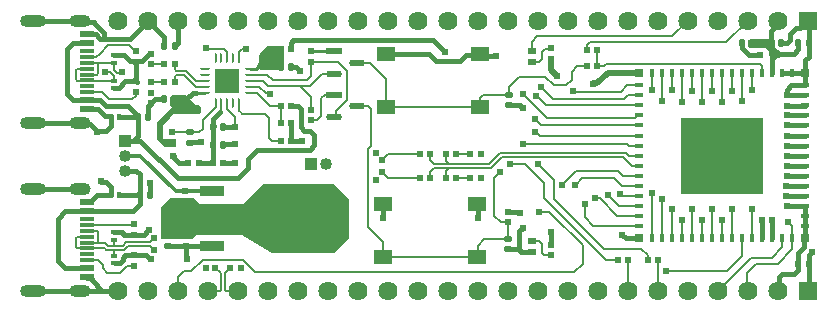
<source format=gtl>
G04*
G04 #@! TF.GenerationSoftware,Altium Limited,Altium Designer,25.8.1 (18)*
G04*
G04 Layer_Physical_Order=1*
G04 Layer_Color=255*
%FSLAX44Y44*%
%MOMM*%
G71*
G04*
G04 #@! TF.SameCoordinates,F54E5B92-F0D5-4042-A45F-7CF7407C5741*
G04*
G04*
G04 #@! TF.FilePolarity,Positive*
G04*
G01*
G75*
%ADD13C,0.1524*%
%ADD17R,1.5500X1.3000*%
%ADD18R,0.5400X0.6000*%
%ADD19R,0.6000X0.5400*%
%ADD20R,1.1500X0.3000*%
%ADD21R,0.6000X0.3500*%
%ADD22R,0.8000X0.4000*%
G04:AMPARAMS|DCode=23|XSize=0.2425mm|YSize=0.8397mm|CornerRadius=0.1212mm|HoleSize=0mm|Usage=FLASHONLY|Rotation=270.000|XOffset=0mm|YOffset=0mm|HoleType=Round|Shape=RoundedRectangle|*
%AMROUNDEDRECTD23*
21,1,0.2425,0.5972,0,0,270.0*
21,1,0.0000,0.8397,0,0,270.0*
1,1,0.2425,-0.2986,0.0000*
1,1,0.2425,-0.2986,0.0000*
1,1,0.2425,0.2986,0.0000*
1,1,0.2425,0.2986,0.0000*
%
%ADD23ROUNDEDRECTD23*%
G04:AMPARAMS|DCode=24|XSize=0.8397mm|YSize=0.2425mm|CornerRadius=0.1212mm|HoleSize=0mm|Usage=FLASHONLY|Rotation=270.000|XOffset=0mm|YOffset=0mm|HoleType=Round|Shape=RoundedRectangle|*
%AMROUNDEDRECTD24*
21,1,0.8397,0.0000,0,0,270.0*
21,1,0.5972,0.2425,0,0,270.0*
1,1,0.2425,0.0000,-0.2986*
1,1,0.2425,0.0000,0.2986*
1,1,0.2425,0.0000,0.2986*
1,1,0.2425,0.0000,-0.2986*
%
%ADD24ROUNDEDRECTD24*%
%ADD25R,0.2425X0.8397*%
G04:AMPARAMS|DCode=26|XSize=0.54mm|YSize=0.6mm|CornerRadius=0.0675mm|HoleSize=0mm|Usage=FLASHONLY|Rotation=0.000|XOffset=0mm|YOffset=0mm|HoleType=Round|Shape=RoundedRectangle|*
%AMROUNDEDRECTD26*
21,1,0.5400,0.4650,0,0,0.0*
21,1,0.4050,0.6000,0,0,0.0*
1,1,0.1350,0.2025,-0.2325*
1,1,0.1350,-0.2025,-0.2325*
1,1,0.1350,-0.2025,0.2325*
1,1,0.1350,0.2025,0.2325*
%
%ADD26ROUNDEDRECTD26*%
%ADD27R,0.4000X0.8000*%
%ADD28R,1.1500X0.6000*%
%ADD29R,0.3500X0.6000*%
G04:AMPARAMS|DCode=30|XSize=0.54mm|YSize=0.6mm|CornerRadius=0.0675mm|HoleSize=0mm|Usage=FLASHONLY|Rotation=270.000|XOffset=0mm|YOffset=0mm|HoleType=Round|Shape=RoundedRectangle|*
%AMROUNDEDRECTD30*
21,1,0.5400,0.4650,0,0,270.0*
21,1,0.4050,0.6000,0,0,270.0*
1,1,0.1350,-0.2325,-0.2025*
1,1,0.1350,-0.2325,0.2025*
1,1,0.1350,0.2325,0.2025*
1,1,0.1350,0.2325,-0.2025*
%
%ADD30ROUNDEDRECTD30*%
%ADD31R,2.1500X0.9500*%
%ADD32R,2.1500X3.2500*%
%ADD33R,0.7000X0.6000*%
%ADD34R,0.8000X0.8000*%
%ADD35R,1.2000X1.2000*%
%ADD36R,1.3571X0.5721*%
G04:AMPARAMS|DCode=37|XSize=1.3571mm|YSize=0.5721mm|CornerRadius=0.2861mm|HoleSize=0mm|Usage=FLASHONLY|Rotation=0.000|XOffset=0mm|YOffset=0mm|HoleType=Round|Shape=RoundedRectangle|*
%AMROUNDEDRECTD37*
21,1,1.3571,0.0000,0,0,0.0*
21,1,0.7850,0.5721,0,0,0.0*
1,1,0.5721,0.3925,0.0000*
1,1,0.5721,-0.3925,0.0000*
1,1,0.5721,-0.3925,0.0000*
1,1,0.5721,0.3925,0.0000*
%
%ADD37ROUNDEDRECTD37*%
%ADD42R,2.0500X2.0500*%
G04:AMPARAMS|DCode=55|XSize=1mm|YSize=2.2mm|CornerRadius=0.5mm|HoleSize=0mm|Usage=FLASHONLY|Rotation=270.000|XOffset=0mm|YOffset=0mm|HoleType=Round|Shape=RoundedRectangle|*
%AMROUNDEDRECTD55*
21,1,1.0000,1.2000,0,0,270.0*
21,1,0.0000,2.2000,0,0,270.0*
1,1,1.0000,-0.6000,0.0000*
1,1,1.0000,-0.6000,0.0000*
1,1,1.0000,0.6000,0.0000*
1,1,1.0000,0.6000,0.0000*
%
%ADD55ROUNDEDRECTD55*%
G04:AMPARAMS|DCode=56|XSize=1mm|YSize=1.8mm|CornerRadius=0.5mm|HoleSize=0mm|Usage=FLASHONLY|Rotation=270.000|XOffset=0mm|YOffset=0mm|HoleType=Round|Shape=RoundedRectangle|*
%AMROUNDEDRECTD56*
21,1,1.0000,0.8000,0,0,270.0*
21,1,0.0000,1.8000,0,0,270.0*
1,1,1.0000,-0.4000,0.0000*
1,1,1.0000,-0.4000,0.0000*
1,1,1.0000,0.4000,0.0000*
1,1,1.0000,0.4000,0.0000*
%
%ADD56ROUNDEDRECTD56*%
%ADD59R,0.4000X0.4000*%
%ADD60C,0.3810*%
%ADD61C,0.1532*%
%ADD62C,0.2596*%
%ADD63C,0.2591*%
%ADD64C,0.5080*%
%ADD65C,0.3048*%
%ADD66C,0.1582*%
%ADD67C,1.0160*%
%ADD68C,1.6256*%
%ADD69R,1.6256X1.6256*%
%ADD70R,1.0160X1.0160*%
%ADD71R,1.0160X1.0160*%
%ADD72C,0.6096*%
G36*
X645052Y224588D02*
Y219938D01*
X645302Y218684D01*
X646012Y217620D01*
X647076Y216910D01*
X648180Y216690D01*
X650240Y214630D01*
X650240Y211527D01*
X648444Y209731D01*
X642439D01*
X640080Y212090D01*
Y215900D01*
X637540Y218440D01*
X624521D01*
X622540Y219938D01*
Y224588D01*
X624837Y226060D01*
X642958D01*
X645052Y224588D01*
D02*
G37*
G36*
X229616Y199644D02*
X209423D01*
Y201803D01*
Y213741D01*
X215646Y219964D01*
X229616D01*
Y199644D01*
D02*
G37*
G36*
X155194Y169672D02*
X157716Y169672D01*
X159512Y167876D01*
X159512Y164313D01*
X157712Y162521D01*
X135945Y162607D01*
X126746Y153408D01*
Y142494D01*
X128270Y140970D01*
X138430D01*
Y134620D01*
X128270D01*
X122174Y140716D01*
X122174Y155194D01*
X134818Y167838D01*
X133350Y169307D01*
Y171858D01*
X133432Y172270D01*
Y176920D01*
X135351Y178562D01*
X146304D01*
X155194Y169672D01*
D02*
G37*
G36*
X635000Y94234D02*
X565658D01*
Y158750D01*
X635000D01*
Y94234D01*
D02*
G37*
G36*
X284734Y89862D02*
Y57404D01*
X271780Y44450D01*
X219287D01*
X193887Y59690D01*
X155575D01*
X151574Y56134D01*
X126125D01*
X125510Y56967D01*
Y82804D01*
X133350Y91440D01*
X153670D01*
X158750Y86360D01*
X195580D01*
X212090Y102870D01*
X271726D01*
X284734Y89862D01*
D02*
G37*
D13*
X144753Y29210D02*
X151384D01*
X161036Y38862D02*
X194908D01*
X151384Y29210D02*
X161036Y38862D01*
X139700Y24157D02*
X144753Y29210D01*
X205576Y28194D02*
X475234D01*
X194908Y38862D02*
X205576Y28194D01*
X475234D02*
X482600Y35560D01*
X537510Y38691D02*
X537713Y38487D01*
X537510Y38691D02*
Y42880D01*
X532130Y48260D02*
X537510Y42880D01*
X243436Y185824D02*
X251610D01*
X216154D02*
X243436D01*
X252730Y176530D01*
Y165610D02*
Y176530D01*
X200925Y195395D02*
X213869D01*
X215727D01*
X220218Y190904D01*
X191770Y214630D02*
X194062Y216922D01*
X191770Y209550D02*
Y214630D01*
X196949Y216922D02*
X197629Y217603D01*
X194062Y216922D02*
X196949D01*
X163576Y217932D02*
X163950Y217558D01*
X178682D01*
X181770Y209550D02*
Y214470D01*
X178682Y217558D02*
X181770Y214470D01*
Y171240D02*
X181828Y171182D01*
X188044Y151527D02*
Y159936D01*
X181828Y166152D02*
Y171182D01*
Y166152D02*
X188044Y159936D01*
X451931Y169500D02*
X530560D01*
X443885Y177546D02*
X451931Y169500D01*
X443230Y177546D02*
X443885D01*
X528560Y161000D02*
X530560D01*
X452120Y158957D02*
X526517D01*
X431777Y179301D02*
X452120Y158957D01*
X526517D02*
X528560Y161000D01*
X447388Y152500D02*
X530560D01*
X442161Y157728D02*
X447388Y152500D01*
X431800Y137160D02*
X519866D01*
X441960Y147320D02*
X442922D01*
X446242Y144000D01*
X530560D01*
X519866Y137160D02*
X521526Y135500D01*
X454325Y79502D02*
X455985Y77842D01*
X445262Y79502D02*
X454325D01*
X455985Y77842D02*
X455994D01*
X482600Y51236D01*
X660060Y57000D02*
Y67396D01*
Y47549D02*
Y57000D01*
X656336Y71120D02*
X660060Y67396D01*
X622082Y12918D02*
Y27976D01*
X629666Y35560D02*
X648071D01*
X622082Y27976D02*
X629666Y35560D01*
X622082Y12918D02*
X622300Y12700D01*
X642620Y40640D02*
X651510Y49530D01*
X624840Y40640D02*
X642620D01*
X596900Y12700D02*
X624840Y40640D01*
X648071Y35560D02*
X660060Y47549D01*
X407670Y76200D02*
Y107950D01*
X412750Y113030D01*
X444500Y120110D02*
X457962Y106648D01*
Y90678D02*
Y106648D01*
X407670Y76200D02*
X413260Y70610D01*
X419084D01*
X433610Y120110D02*
X449580Y104140D01*
X421371Y120110D02*
X433610D01*
X482600Y35560D02*
Y51236D01*
X313310Y41000D02*
X392810D01*
X303530Y135429D02*
Y166370D01*
X300482Y66548D02*
Y132381D01*
Y66548D02*
X313310Y53720D01*
X300482Y132381D02*
X303530Y135429D01*
X313310Y41000D02*
Y53720D01*
X300700Y169200D02*
X303530Y166370D01*
X291446Y169200D02*
X300700D01*
X392810Y41000D02*
X393700Y41890D01*
Y50800D01*
X399290Y56390D01*
X419100D01*
X139700Y12700D02*
Y24157D01*
X251610Y185824D02*
X262026Y196240D01*
X457962Y90678D02*
X500380Y48260D01*
X80645Y220345D02*
X98635D01*
X73660Y213360D02*
X80645Y220345D01*
X98635D02*
X103840Y215140D01*
X70900Y210600D02*
X73660Y213360D01*
X62900Y210600D02*
X70900D01*
X103840Y215140D02*
X104140D01*
X99982Y174590D02*
X100930D01*
X104140Y177800D01*
X75222Y180600D02*
X81197Y174625D01*
X99947D02*
X99982Y174590D01*
X81197Y174625D02*
X99947D01*
X104140Y177800D02*
Y181100D01*
X62900Y180600D02*
X75222D01*
X73660Y36830D02*
X76200Y34290D01*
X62900Y38400D02*
X72090D01*
X73660Y36830D01*
X76200Y31750D02*
Y34290D01*
Y31750D02*
X80010Y27940D01*
X90637D01*
X96477Y33780D01*
X102870D01*
X62900Y68400D02*
X73660D01*
X102428D02*
X102864Y68836D01*
X73660Y68400D02*
X102428D01*
X473456Y198120D02*
X478028Y202692D01*
X485900D01*
X473456Y191008D02*
Y198120D01*
X457962Y186436D02*
X468884D01*
X428498Y193548D02*
X450850D01*
X457962Y186436D01*
X468884D02*
X473456Y191008D01*
X420370Y185420D02*
X428498Y193548D01*
X420370Y178310D02*
Y185420D01*
X515112Y181102D02*
X520510Y186500D01*
X474726Y181438D02*
X475062Y181102D01*
X515112D01*
X558546Y228346D02*
X571500Y241300D01*
X485900Y220628D02*
X488490Y223218D01*
X485900Y216408D02*
Y220628D01*
X488490Y223218D02*
X498818D01*
X499026Y223010D02*
X604010D01*
X498818Y223218D02*
X499026Y223010D01*
X604010D02*
X622300Y241300D01*
X444246Y228346D02*
X558546D01*
X439420Y223520D02*
X444246Y228346D01*
X439420Y215570D02*
Y223520D01*
X447198Y185262D02*
X457880Y174580D01*
X517480D01*
X220218Y190904D02*
X249070D01*
X252730Y194564D01*
Y206500D01*
X211583Y190395D02*
X216154Y185824D01*
X200925Y190395D02*
X211583D01*
X200947Y185417D02*
X208178D01*
X208280Y185315D02*
X208711D01*
X208178Y185417D02*
X208280Y185315D01*
X208711D02*
X214380Y179647D01*
X200925Y185395D02*
X200947Y185417D01*
X214380Y179647D02*
X216894D01*
X217574Y178966D01*
X262026Y196240D02*
X272435D01*
X502498Y204810D02*
X632374D01*
X494540Y202692D02*
X500380D01*
X502498Y204810D01*
X634492Y197068D02*
X634560Y197000D01*
X634492Y197068D02*
Y202692D01*
X632374Y204810D02*
X634492Y202692D01*
X494540D02*
Y216408D01*
X258062Y156970D02*
X261366Y160274D01*
X252730Y156970D02*
X258062D01*
X261366Y160274D02*
Y175514D01*
X272043Y178308D02*
X272435Y178700D01*
X264160Y178308D02*
X272043D01*
X261366Y175514D02*
X264160Y178308D01*
X273652Y164883D02*
X283030Y174261D01*
X273652Y160917D02*
Y164883D01*
X272435Y159700D02*
X273652Y160917D01*
X283030Y174261D02*
Y199003D01*
X275533Y206500D02*
X283030Y199003D01*
X252730Y206500D02*
X275533D01*
X175476Y163910D02*
X176770Y165204D01*
Y171240D01*
X160782Y157298D02*
X171770Y168286D01*
Y171240D01*
X149860Y146560D02*
X157736D01*
X160782Y149606D01*
Y157298D01*
X135128Y146560D02*
X149860D01*
X191770Y165100D02*
X192960Y163910D01*
X194310Y162560D02*
X213360D01*
X192960Y163910D02*
X194310Y162560D01*
X191770Y165100D02*
Y171240D01*
X213360Y162560D02*
X217170Y158750D01*
Y142240D02*
Y158750D01*
Y142240D02*
X219710Y139700D01*
X226820D01*
Y154432D02*
Y168910D01*
X206505Y180337D02*
X217932Y168910D01*
X200983Y180337D02*
X206505D01*
X217932Y168910D02*
X226820D01*
X200925Y180395D02*
X200983Y180337D01*
X476758Y114300D02*
X512644D01*
X464820Y102362D02*
X476758Y114300D01*
X476250Y102362D02*
X476569D01*
X482157Y107950D02*
X509270D01*
X476569Y102362D02*
X482157Y107950D01*
X484274Y74906D02*
X491680Y67500D01*
X484274Y74906D02*
Y85956D01*
X491680Y67500D02*
X530560D01*
X515312Y94488D02*
X516800Y93000D01*
X530560D01*
X514350Y94488D02*
X515312D01*
X500380Y48260D02*
X532130D01*
X502412Y38608D02*
X512316D01*
X449580Y91440D02*
X502412Y38608D01*
X449580Y91440D02*
Y104140D01*
X521526Y135500D02*
X530560D01*
X315850Y168000D02*
Y192150D01*
X302260Y205740D02*
X315850Y192150D01*
X291446Y205740D02*
X302260D01*
X315850Y168000D02*
X395350D01*
Y175640D01*
X398020Y178310D01*
X420370D01*
X520900Y178000D02*
X530560D01*
X517480Y174580D02*
X520900Y178000D01*
X520510Y186500D02*
X530560D01*
X515720Y101500D02*
X530560D01*
X509270Y107950D02*
X515720Y101500D01*
X512644Y114300D02*
X516944Y110000D01*
X530560D01*
X493164Y91036D02*
X496974D01*
X512010Y76000D02*
X530560D01*
X492760Y91440D02*
X493164Y91036D01*
X496974D02*
X512010Y76000D01*
X504190Y93980D02*
X513670Y84500D01*
X530560D01*
X546100Y12700D02*
X546227Y12827D01*
Y38360D01*
X546353Y38487D01*
X553357Y29573D02*
X604883D01*
X553316Y29614D02*
X553357Y29573D01*
X604883D02*
X617560Y42250D01*
Y57000D01*
X520700Y12700D02*
X520828Y12828D01*
Y38480D01*
X520956Y38608D01*
X651510Y49530D02*
Y56950D01*
X651560Y57000D01*
X541020Y95250D02*
X541040Y95230D01*
Y57758D02*
Y95230D01*
X419084Y70610D02*
X419092Y70602D01*
Y56398D02*
Y70602D01*
Y56398D02*
X419100Y56390D01*
X450182Y42512D02*
X455621D01*
X448310Y44383D02*
Y52070D01*
Y44383D02*
X450182Y42512D01*
X445770Y54610D02*
X448310Y52070D01*
X440140Y54610D02*
X445770D01*
X440000Y54750D02*
X440140Y54610D01*
X549544Y57016D02*
X549735Y57207D01*
Y89995D02*
X549910Y90170D01*
X549735Y57207D02*
Y89995D01*
X557928Y81947D02*
X557994Y81882D01*
Y57274D02*
Y81882D01*
Y57274D02*
X558164Y57104D01*
X455059Y217170D02*
X455620Y217731D01*
X450850Y217170D02*
X455059D01*
X448145Y214465D02*
X450850Y217170D01*
X448145Y208775D02*
Y214465D01*
X445440Y206070D02*
X448145Y208775D01*
X439420Y206070D02*
X445440D01*
X617526Y173026D02*
Y197710D01*
X541136Y182746D02*
Y198104D01*
X626112Y57052D02*
Y81736D01*
X600544Y57016D02*
Y72374D01*
X609112Y57052D02*
Y81736D01*
X583544Y57016D02*
Y72374D01*
X592112Y57052D02*
Y81736D01*
X566544Y57016D02*
Y72374D01*
X575112Y57052D02*
Y81736D01*
X558154Y182492D02*
Y197850D01*
X549586Y173130D02*
Y197814D01*
X575076Y181626D02*
Y196984D01*
X566508Y172264D02*
Y196948D01*
X592076Y181626D02*
Y196984D01*
X583508Y172264D02*
Y196948D01*
X600508D02*
X600560Y197000D01*
X600456Y172212D02*
X600508Y172264D01*
Y196948D01*
X609060Y197000D02*
X609076Y196984D01*
Y181626D02*
X609092Y181610D01*
X609076Y181626D02*
Y196984D01*
X617390Y196830D02*
X617560Y197000D01*
X626060Y182930D02*
X626110Y182880D01*
X626060Y182930D02*
Y197000D01*
D17*
X313310Y86000D02*
D03*
X392810D02*
D03*
X313310Y41000D02*
D03*
X392810D02*
D03*
X395350Y168000D02*
D03*
X315850D02*
D03*
X395350Y213000D02*
D03*
X315850D02*
D03*
D18*
X178056Y121158D02*
D03*
X169416D02*
D03*
X157482Y120904D02*
D03*
X148842D02*
D03*
X235460Y216916D02*
D03*
X226820D02*
D03*
X137023Y189505D02*
D03*
X128383D02*
D03*
Y204866D02*
D03*
X137023D02*
D03*
X226820Y168910D02*
D03*
X235460D02*
D03*
X226820Y139700D02*
D03*
X235460D02*
D03*
Y154432D02*
D03*
X226820D02*
D03*
X485900Y202692D02*
D03*
X494540D02*
D03*
X485900Y216408D02*
D03*
X494540D02*
D03*
X512316Y38608D02*
D03*
X520956D02*
D03*
X537713Y38487D02*
D03*
X546353D02*
D03*
X375670Y128270D02*
D03*
X367030D02*
D03*
X344930D02*
D03*
X353570D02*
D03*
X375670Y107953D02*
D03*
X367030D02*
D03*
X344930Y107953D02*
D03*
X353570D02*
D03*
D19*
X135128Y146560D02*
D03*
Y137920D02*
D03*
X455621Y51152D02*
D03*
Y42512D02*
D03*
X455620Y217731D02*
D03*
Y209091D02*
D03*
X419084Y79250D02*
D03*
Y70610D02*
D03*
X252730Y156970D02*
D03*
Y165610D02*
D03*
Y215140D02*
D03*
Y206500D02*
D03*
X102864Y60196D02*
D03*
Y68836D02*
D03*
X102870Y33780D02*
D03*
Y42420D02*
D03*
X104140Y189740D02*
D03*
Y181100D02*
D03*
Y215140D02*
D03*
Y206500D02*
D03*
D20*
X62900Y63400D02*
D03*
Y53400D02*
D03*
Y48400D02*
D03*
Y58400D02*
D03*
Y215600D02*
D03*
Y205600D02*
D03*
Y195600D02*
D03*
Y185600D02*
D03*
Y180600D02*
D03*
Y210600D02*
D03*
Y200600D02*
D03*
Y190600D02*
D03*
Y73400D02*
D03*
Y68400D02*
D03*
Y43400D02*
D03*
Y38400D02*
D03*
D21*
X85790Y55671D02*
D03*
Y35712D02*
D03*
Y62171D02*
D03*
Y183850D02*
D03*
Y211956D02*
D03*
Y42212D02*
D03*
Y205456D02*
D03*
Y190350D02*
D03*
D22*
X530560Y127000D02*
D03*
X670560Y76000D02*
D03*
Y67500D02*
D03*
Y93000D02*
D03*
Y84500D02*
D03*
Y110000D02*
D03*
Y101500D02*
D03*
Y127000D02*
D03*
Y118500D02*
D03*
Y161000D02*
D03*
Y135500D02*
D03*
Y152500D02*
D03*
Y144000D02*
D03*
Y169500D02*
D03*
Y178000D02*
D03*
Y186500D02*
D03*
X530560Y118500D02*
D03*
Y186500D02*
D03*
Y178000D02*
D03*
Y169500D02*
D03*
Y161000D02*
D03*
Y152500D02*
D03*
Y144000D02*
D03*
Y135500D02*
D03*
Y110000D02*
D03*
Y101500D02*
D03*
Y93000D02*
D03*
Y84500D02*
D03*
Y76000D02*
D03*
Y67500D02*
D03*
D23*
X200925Y200395D02*
D03*
Y195395D02*
D03*
Y190395D02*
D03*
Y185395D02*
D03*
Y180395D02*
D03*
X162615D02*
D03*
Y185395D02*
D03*
Y190395D02*
D03*
Y195395D02*
D03*
Y200395D02*
D03*
D24*
X191770Y171240D02*
D03*
X186770D02*
D03*
X176770D02*
D03*
X171770D02*
D03*
Y209550D02*
D03*
X176770D02*
D03*
X186770D02*
D03*
X181770D02*
D03*
Y171240D02*
D03*
D25*
X191770Y209550D02*
D03*
D26*
X665298Y222263D02*
D03*
X673938D02*
D03*
X641715D02*
D03*
X673940Y35560D02*
D03*
X625877Y222263D02*
D03*
X116080Y93980D02*
D03*
X178310Y136144D02*
D03*
X114810Y160020D02*
D03*
X178310Y151130D02*
D03*
X128129Y174595D02*
D03*
X128467Y219852D02*
D03*
X235460Y201930D02*
D03*
X665300Y35560D02*
D03*
X617237Y222263D02*
D03*
X650355D02*
D03*
X137107Y219852D02*
D03*
X107440Y93980D02*
D03*
X106170Y160020D02*
D03*
X136769Y174595D02*
D03*
X169670Y151130D02*
D03*
Y136144D02*
D03*
X226820Y201930D02*
D03*
D27*
X643060Y197000D02*
D03*
X634560Y57000D02*
D03*
X643060D02*
D03*
X651560Y197000D02*
D03*
X660060D02*
D03*
X634560D02*
D03*
X626060D02*
D03*
X617560D02*
D03*
X609060D02*
D03*
X600560D02*
D03*
X592060D02*
D03*
X583560D02*
D03*
X575060D02*
D03*
X566560D02*
D03*
X558060D02*
D03*
X549560D02*
D03*
X541060D02*
D03*
Y57000D02*
D03*
X549560D02*
D03*
X558060D02*
D03*
X566560D02*
D03*
X575060D02*
D03*
X583560D02*
D03*
X592060D02*
D03*
X600560D02*
D03*
X609060D02*
D03*
X617560D02*
D03*
X626060D02*
D03*
X651560D02*
D03*
X660060D02*
D03*
D28*
X62900Y23900D02*
D03*
Y87900D02*
D03*
Y166100D02*
D03*
Y230100D02*
D03*
Y174100D02*
D03*
Y222100D02*
D03*
Y79900D02*
D03*
Y31900D02*
D03*
D29*
X83110Y93980D02*
D03*
Y160020D02*
D03*
X89610Y93980D02*
D03*
Y160020D02*
D03*
D30*
X131871Y59436D02*
D03*
X146857Y59130D02*
D03*
X146050Y88390D02*
D03*
X149860Y137920D02*
D03*
X419100Y47750D02*
D03*
X420370Y169670D02*
D03*
Y178310D02*
D03*
X149860Y146560D02*
D03*
X131871Y50796D02*
D03*
X146857Y50490D02*
D03*
X146050Y97030D02*
D03*
X419100Y56390D02*
D03*
D31*
X169120Y73660D02*
D03*
Y96660D02*
D03*
Y50660D02*
D03*
D32*
X227120Y73660D02*
D03*
D33*
X440000Y45250D02*
D03*
X439420Y215570D02*
D03*
Y206070D02*
D03*
X440000Y54750D02*
D03*
D34*
X530560Y57000D02*
D03*
X670560D02*
D03*
X530560Y197000D02*
D03*
X670560D02*
D03*
D35*
X584060Y110500D02*
D03*
Y127000D02*
D03*
X600560Y110500D02*
D03*
Y127000D02*
D03*
X617060Y110500D02*
D03*
Y127000D02*
D03*
X584060Y143500D02*
D03*
X600560D02*
D03*
D36*
X272435Y178700D02*
D03*
Y215240D02*
D03*
D37*
Y159700D02*
D03*
X291446Y169200D02*
D03*
X272435Y196240D02*
D03*
X291446Y205740D02*
D03*
D42*
X181770Y190395D02*
D03*
D55*
X17150Y12700D02*
D03*
Y99100D02*
D03*
Y154900D02*
D03*
Y241300D02*
D03*
D56*
X57150Y12700D02*
D03*
Y99100D02*
D03*
Y154900D02*
D03*
Y241300D02*
D03*
D59*
X617060Y143500D02*
D03*
D60*
X74930Y104929D02*
X78967D01*
X74649D02*
X74930D01*
X74422Y105156D02*
X74649Y104929D01*
X78967D02*
X83110Y100786D01*
Y93980D02*
Y100786D01*
X313690Y74930D02*
Y85620D01*
X392810Y86000D02*
X393700Y85110D01*
Y74168D02*
Y85110D01*
X235460Y201630D02*
X239601D01*
X242857Y198374D01*
X243475D01*
X617237Y218423D02*
Y222263D01*
Y218423D02*
X623316Y212344D01*
X632714D01*
X666877Y235077D02*
X673100Y241300D01*
X663067Y235077D02*
X666877D01*
X673100Y241300D02*
X673938Y240462D01*
Y222263D02*
Y240462D01*
X651150Y222463D02*
X655922D01*
X658153Y224695D02*
Y230163D01*
X655922Y222463D02*
X658153Y224695D01*
Y230163D02*
X663067Y235077D01*
X650950Y222263D02*
X651150Y222463D01*
X650355Y222263D02*
X650950D01*
X645485Y213181D02*
X645922Y213619D01*
X645485Y211724D02*
Y213181D01*
X355600Y224790D02*
X365827Y214563D01*
X665298Y216988D02*
Y222263D01*
X661416Y213106D02*
X665298Y216988D01*
X645922Y213106D02*
X661416D01*
X643060Y209299D02*
X645485Y211724D01*
X643060Y197000D02*
Y209299D01*
X642422Y217119D02*
Y221556D01*
Y217119D02*
X645922Y213619D01*
X641715Y222263D02*
X642422Y221556D01*
X190500Y107950D02*
X199390Y116840D01*
X139700Y107950D02*
X190500D01*
X107950Y139700D02*
X139700Y107950D01*
X207010Y132080D02*
X251460D01*
X255270Y135890D01*
X199390Y124460D02*
X207010Y132080D01*
X150114Y171196D02*
X155448Y165862D01*
X146715Y174595D02*
X150114Y171196D01*
X155448Y165862D02*
X155956D01*
X210566Y205078D02*
Y211582D01*
X208280Y202792D02*
X210566Y205078D01*
X647700Y238830D02*
Y241300D01*
X641715Y232845D02*
X647700Y238830D01*
X641715Y222263D02*
Y232845D01*
X625877Y222263D02*
X641715D01*
X419339Y78995D02*
X429005D01*
X429260Y78740D01*
X419084Y79250D02*
X419339Y78995D01*
X455621Y51152D02*
Y61921D01*
X673940Y13540D02*
Y35560D01*
X673100Y12700D02*
X673940Y13540D01*
Y35560D02*
Y42432D01*
X676910Y45402D01*
Y45720D01*
X178056Y121158D02*
X187722D01*
X235460Y216916D02*
Y222558D01*
X237692Y224790D01*
X355600D01*
X57150Y12700D02*
X75832D01*
X88900D01*
X66745Y21787D02*
X75832Y12700D01*
X17150D02*
X57150D01*
X63059Y23741D02*
X65809D01*
X66745Y21787D02*
Y22805D01*
X65809Y23741D02*
X66745Y22805D01*
X86885Y35867D02*
X88220D01*
X88370Y36017D01*
X90631D01*
X93235Y38621D01*
Y40188D01*
X95467Y42420D02*
X102870D01*
X93235Y40188D02*
X95467Y42420D01*
X113050D02*
X116191Y39279D01*
X116810D01*
X102870Y42420D02*
X113050D01*
X62900Y87900D02*
X65650D01*
X71730Y93980D01*
X17150Y99100D02*
X57150D01*
X71730Y93980D02*
X83110D01*
X94149Y60196D02*
X102864D01*
X92330Y62016D02*
X94149Y60196D01*
X102864D02*
X111006D01*
X114930Y64120D01*
X85945Y62016D02*
X92330D01*
X85790Y62171D02*
X85945Y62016D01*
X114930Y64120D02*
X115198D01*
X116080Y93980D02*
Y104120D01*
X148590Y73660D02*
Y74279D01*
X146050Y76819D02*
X148590Y74279D01*
X146050Y76819D02*
Y88390D01*
X177714Y136731D02*
X177904Y136541D01*
X178094Y136351D01*
X177904Y136541D02*
X188044D01*
X70683Y147757D02*
Y148632D01*
X71120Y147320D02*
X71557Y147757D01*
X70683D02*
X71120Y147320D01*
X58334Y153716D02*
X65599D01*
X17150Y154900D02*
X57150D01*
X58334Y153716D01*
X65599D02*
X70683Y148632D01*
X62900Y166100D02*
X72660D01*
X71557Y147757D02*
X78782D01*
X83110Y160020D02*
Y160396D01*
Y160020D02*
X83260Y159870D01*
X78782Y147757D02*
X83260Y152235D01*
Y159870D01*
X82955Y160551D02*
X83110Y160396D01*
X72660Y166100D02*
X78209Y160551D01*
X82955D01*
X85790Y183850D02*
X85945Y184005D01*
X89763D01*
X95498Y189740D02*
X104140D01*
X63455Y229545D02*
X70491D01*
X62900Y230100D02*
X63455Y229545D01*
X73976Y226060D02*
X77470D01*
X70491Y229545D02*
X73976Y226060D01*
X77470D02*
Y231140D01*
X57150Y241300D02*
X58334Y240116D01*
X17150Y241300D02*
X57150D01*
X68494Y240116D02*
X69848Y238762D01*
X77470Y231140D01*
X58334Y240116D02*
X68494D01*
X89763Y184005D02*
X95498Y189740D01*
X104140Y206500D02*
X104795Y207155D01*
X104140Y189740D02*
Y206500D01*
Y189740D02*
X104935Y188945D01*
X85790Y211956D02*
X94505D01*
X77470Y226060D02*
X99060D01*
X103345Y207295D02*
X104140Y206500D01*
X104795Y207155D02*
X109647D01*
X94505Y211956D02*
X99166Y207295D01*
X103345D01*
X149264Y138507D02*
X149454Y138317D01*
X114810Y160020D02*
Y168801D01*
X149454Y138317D02*
X159594D01*
X149454D02*
X149644Y138127D01*
X114810Y168801D02*
X116840Y170831D01*
Y171450D01*
X116983D01*
X120128Y174595D02*
X128129D01*
X116983Y171450D02*
X120128Y174595D01*
X177904Y151527D02*
X188044D01*
X177904D02*
X178094Y151337D01*
X235460Y139700D02*
X245110D01*
X234970D02*
X235460D01*
Y154432D01*
X177714Y151717D02*
X177904Y151527D01*
X109647Y207155D02*
X115414Y212923D01*
X116403D01*
X99060Y226060D02*
X114300Y241300D01*
X116403Y212923D02*
X116840Y213360D01*
X128467Y219852D02*
Y227133D01*
X114300Y241300D02*
X128467Y227133D01*
X419100Y47750D02*
X428597D01*
Y62838D02*
X431800Y66040D01*
X313310Y86000D02*
X313690Y85620D01*
X430785Y45563D02*
X439688D01*
X428597Y47750D02*
Y62838D01*
Y47750D02*
X430785Y45563D01*
X439688D02*
X440000Y45250D01*
X515667Y60198D02*
X516285D01*
X519170Y57313D02*
X530247D01*
X530560Y57000D01*
X516285Y60198D02*
X519170Y57313D01*
X569205Y110337D02*
X584563D01*
Y111003D01*
X592178Y118618D01*
X584563Y126497D02*
X592442Y118618D01*
X592178D02*
X592442D01*
X592582D01*
Y119022D02*
X600560Y127000D01*
X600710Y110990D02*
X601050D01*
X600710Y97790D02*
Y110990D01*
X616557Y110663D02*
Y111003D01*
X601050Y110990D02*
X608584Y118524D01*
X592582Y118618D02*
Y119022D01*
X600560Y127000D02*
X608584Y118976D01*
Y118618D02*
X608678D01*
X608942D01*
X608584D02*
Y118976D01*
Y118524D02*
Y118618D01*
X647700Y12700D02*
X648970Y13970D01*
Y24130D02*
X651510Y26670D01*
X648970Y13970D02*
Y24130D01*
X651510Y26670D02*
X661670D01*
X665047Y30047D01*
X634544Y57016D02*
Y72374D01*
X643044Y57016D02*
Y72374D01*
X665047Y30047D02*
Y35307D01*
X665300Y35560D01*
Y44707D01*
X670110Y49517D01*
Y56550D01*
X670560Y57000D02*
Y67480D01*
Y76000D02*
Y84405D01*
Y67500D02*
Y76000D01*
X670110Y56550D02*
X670560Y57000D01*
X608942Y118618D02*
X616557Y111003D01*
X608678Y118618D02*
X617060Y127000D01*
X616557Y110663D02*
X631915D01*
X670560Y84405D02*
X670692Y84537D01*
X655082Y92880D02*
X670440D01*
X655705Y84537D02*
X670692D01*
X671063D01*
X655082Y101516D02*
X670440D01*
X655197Y109937D02*
X670555D01*
X655590Y118280D02*
X670948D01*
X569205Y126837D02*
X584563D01*
X584060Y127000D02*
X591383Y134323D01*
Y134945D01*
X569205Y143337D02*
X584223D01*
X584060Y143500D02*
X584223Y143337D01*
X591383Y134945D02*
X591820Y135382D01*
X584223Y143337D02*
X584563D01*
X584223D02*
X591820Y135740D01*
X609092Y134968D02*
Y135382D01*
X616557Y142847D01*
X616897Y127163D02*
X617060Y127000D01*
X609092Y134968D02*
X616897Y127163D01*
X616557D02*
X616897D01*
X591820Y135382D02*
Y135740D01*
X600560Y143500D02*
X600710Y143350D01*
Y143310D02*
Y143350D01*
X608678Y135382D01*
X609092D01*
X616557Y142847D02*
Y143663D01*
X420370Y169670D02*
X429151D01*
X431181Y167640D01*
X396768Y211582D02*
X408940D01*
X431181Y167640D02*
X431800D01*
X600710Y143350D02*
Y154940D01*
X616897Y127163D02*
X631915D01*
X655590Y126916D02*
X670948D01*
X616557Y143663D02*
X631915D01*
X655590Y152570D02*
X670948D01*
X655590Y143934D02*
X670948D01*
X655705Y135337D02*
X671063D01*
X655705Y160991D02*
X671063D01*
X655828Y177954D02*
Y182880D01*
X659353Y186405D01*
X670465D01*
X655844Y169334D02*
X671202D01*
X655844Y177970D02*
X671202D01*
X632714Y212344D02*
X632968Y212090D01*
X660060Y197000D02*
X670560D01*
X651560D02*
X660060D01*
X670465Y186405D02*
X670560Y186500D01*
Y197000D01*
X670814Y197254D02*
Y207772D01*
X670560Y197000D02*
X670814Y197254D01*
Y207772D02*
X673938Y210896D01*
Y222263D01*
X227120Y74213D02*
X235965Y83058D01*
X246126D01*
X260858D01*
X275209Y82931D02*
X275336Y82804D01*
X260985Y82931D02*
X275209D01*
X260858Y83058D02*
X260985Y82931D01*
X275463Y66167D02*
X275590Y66040D01*
X246507Y66167D02*
X275463D01*
X246380Y66294D02*
X246507Y66167D01*
X234486Y66294D02*
X246380D01*
X227120Y73660D02*
X234486Y66294D01*
X315850Y213000D02*
X352658D01*
X358675Y206983D01*
X395350Y213000D02*
X396768Y211582D01*
X384117Y212413D02*
X394763D01*
X358675Y206983D02*
X378687D01*
X384117Y212413D01*
X394763D02*
X395350Y213000D01*
X147088Y39602D02*
X147320Y39370D01*
X147088Y39602D02*
Y50258D01*
X146857Y50490D02*
X147088Y50258D01*
X152514Y180395D02*
X154940D01*
X146715Y174595D02*
X152514Y180395D01*
X136769Y174595D02*
X146715D01*
X136769Y166487D02*
Y174595D01*
X136327Y125004D02*
X140427Y120904D01*
X135890Y127000D02*
X136327Y126563D01*
X140427Y120904D02*
X148842D01*
X136327Y125004D02*
Y126563D01*
X101908Y139700D02*
X107950D01*
X95250D02*
X101908D01*
X199390Y116840D02*
Y124460D01*
X255270Y135890D02*
Y144780D01*
X252095Y147955D02*
X255270Y144780D01*
X247015Y147955D02*
X252095D01*
X243840Y151130D02*
X247015Y147955D01*
X243840Y151130D02*
Y166678D01*
X241608Y168910D02*
X243840Y166678D01*
X235460Y168910D02*
X241608D01*
X44340Y79900D02*
X62900D01*
X101490D01*
X38100Y38100D02*
Y73660D01*
X44340Y79900D01*
X44092Y32108D02*
X62692D01*
X38100Y38100D02*
X44092Y32108D01*
X169035Y50575D02*
X169120Y50660D01*
X146942Y50575D02*
X169035D01*
X146857Y50490D02*
X146942Y50575D01*
X146704Y50643D02*
X146857Y50490D01*
X132024Y50643D02*
X146704D01*
X131871Y50796D02*
X132024Y50643D01*
X62750Y222250D02*
X62900Y222100D01*
X50800Y222250D02*
X62750D01*
X45720Y217170D02*
X50800Y222250D01*
X45720Y179290D02*
Y217170D01*
Y179290D02*
X50910Y174100D01*
X62900D01*
X73640D02*
X78830Y168910D01*
X62900Y174100D02*
X73640D01*
X97580Y168910D02*
X106170Y160320D01*
X78830Y168910D02*
X97580D01*
X106170Y160020D02*
Y160320D01*
Y143962D02*
Y160020D01*
X101908Y139700D02*
X106170Y143962D01*
X89610Y160020D02*
X106170D01*
X62692Y32108D02*
X62900Y31900D01*
X95250Y114300D02*
X104140D01*
X107440Y111000D01*
Y93980D02*
Y111000D01*
X101490Y79900D02*
X107440Y85850D01*
Y93980D01*
X89610D02*
X107440D01*
X210566Y211582D02*
X215900Y216916D01*
X226820Y201930D02*
Y216916D01*
X215900D02*
X226820D01*
X169515Y157949D02*
X175476Y163910D01*
X169515Y151285D02*
X169670Y151130D01*
X169515Y151285D02*
Y157949D01*
X169670Y151970D02*
X170210D01*
X169670Y136144D02*
Y151970D01*
X128018Y137920D02*
X135128D01*
X124460Y141478D02*
X128018Y137920D01*
X124460Y141478D02*
Y154178D01*
X136769Y166487D01*
X139700Y222745D02*
Y241300D01*
X137107Y219852D02*
Y220152D01*
X139700Y222745D01*
X157482Y120904D02*
X157609Y121031D01*
X169289D01*
X169416Y121158D01*
X169543Y121285D01*
Y136017D01*
X169670Y136144D01*
D61*
X317500Y128270D02*
X344930D01*
X312420Y123190D02*
X317500Y128270D01*
X96303Y53852D02*
X116082D01*
X119380Y57150D01*
X85790Y51620D02*
X86687Y50723D01*
X85790Y51620D02*
Y55671D01*
X86687Y50723D02*
X93174D01*
X96303Y53852D01*
X62900Y63400D02*
X71220D01*
X72390Y62230D01*
Y54610D02*
Y62230D01*
X71180Y53400D02*
X72390Y54610D01*
X62900Y53400D02*
X71180D01*
X80648Y50723D02*
X86687D01*
X71180Y53400D02*
X77971D01*
X80648Y50723D01*
X367030Y122433D02*
Y128270D01*
Y122433D02*
X369570Y119893D01*
X403103D01*
X412730Y129520D01*
X519450D02*
X521970Y127000D01*
X412730Y129520D02*
X519450D01*
X521970Y127000D02*
X530411D01*
X353570Y123193D02*
Y128270D01*
Y123193D02*
X356870Y119893D01*
X369570D01*
X369570Y119893D01*
X317500Y107950D02*
X344930D01*
X54610Y58430D02*
X62930D01*
X62900Y48400D02*
X62930Y48430D01*
X62870Y48370D02*
X62900Y48400D01*
X369570Y116330D02*
X369876D01*
X356870D02*
X369570D01*
X369570Y116330D01*
X367030Y113790D02*
X369570Y116330D01*
X85665Y190475D02*
X85790Y190350D01*
X63025Y190475D02*
X85665D01*
X62900Y190600D02*
X63025Y190475D01*
X71394Y205466D02*
X72390Y204470D01*
Y196770D02*
Y204470D01*
X62972Y205528D02*
X85718D01*
X71220Y195600D02*
X72390Y196770D01*
X62900Y195600D02*
X71220D01*
X54680Y190540D02*
X62840D01*
X53410Y191810D02*
X54680Y190540D01*
X53410Y191810D02*
Y199430D01*
X54580Y200600D01*
X62900D01*
Y48400D02*
X77932D01*
X79172Y47159D02*
X86687D01*
X88163D02*
X94650D01*
X86687D02*
X88163D01*
X77932Y48400D02*
X79172Y47159D01*
X88163D02*
X88163Y47159D01*
X53440Y57260D02*
X54610Y58430D01*
X53440Y49640D02*
Y57260D01*
Y49640D02*
X54710Y48370D01*
X62870D01*
X94650Y47159D02*
X97779Y50288D01*
X85790Y46262D02*
X86687Y47159D01*
X85790Y42212D02*
Y46262D01*
X97779Y50288D02*
X116082D01*
X119380Y46990D01*
X312420Y113030D02*
X317500Y107950D01*
X176018Y13597D02*
Y27182D01*
X175121Y12700D02*
X176018Y13597D01*
X165100Y12700D02*
X175121D01*
X171450Y31750D02*
X176018Y27182D01*
X179582D02*
X184150Y31750D01*
X179582Y13597D02*
Y27182D01*
Y13597D02*
X180479Y12700D01*
X190500D01*
X375670Y107953D02*
X387350D01*
X375670Y128270D02*
X387350D01*
X369876Y116330D02*
X404579D01*
X369876Y116330D02*
X369876Y116330D01*
X353570Y107953D02*
Y113030D01*
X356870Y116330D01*
X524120Y118500D02*
X530560D01*
X414206Y125956D02*
X516664D01*
X524120Y118500D01*
X404579Y116330D02*
X414206Y125956D01*
X367030Y107953D02*
Y113790D01*
D62*
X215553Y202092D02*
X226658D01*
X215392Y202253D02*
X215553Y202092D01*
X226658D02*
X226820Y201930D01*
D63*
X205883Y200395D02*
X208280Y202792D01*
X131871Y59436D02*
X132024Y59283D01*
X146704D02*
X146857Y59130D01*
X132024Y59283D02*
X146704D01*
X146857Y59130D02*
Y70978D01*
X148590Y72712D02*
Y73660D01*
X146857Y70978D02*
X148590Y72712D01*
X154940Y180395D02*
X162615D01*
X200925Y200395D02*
X205883D01*
X272384Y215190D02*
X272435Y215240D01*
X252780Y215190D02*
X272384D01*
X252730Y215140D02*
X252780Y215190D01*
D64*
X455620Y199700D02*
Y209091D01*
Y199700D02*
X459740Y195580D01*
X503668Y197000D02*
X530560D01*
X494823Y188154D02*
X503668Y197000D01*
X491451Y188154D02*
X494823D01*
X491257Y187960D02*
X491451Y188154D01*
D65*
X146050Y97030D02*
X168750D01*
X107950Y127000D02*
X137920Y97030D01*
X146050D01*
X95250Y127000D02*
X107950D01*
X168750Y97030D02*
X169120Y96660D01*
D66*
X85718Y205528D02*
X85790Y205456D01*
X62900Y205600D02*
X62972Y205528D01*
X117236Y189505D02*
X128383D01*
X116840Y204470D02*
X127987D01*
X128383Y204866D01*
X85790Y199758D02*
X88215Y197333D01*
X85790Y199758D02*
Y205456D01*
X82527Y197909D02*
X85790Y194647D01*
Y190350D02*
Y194647D01*
X88215Y197333D02*
X91923D01*
X92710Y198120D01*
X78447Y197909D02*
X82527D01*
X78236Y198120D02*
X78447Y197909D01*
X146479Y198993D02*
X155077Y190395D01*
X162615D01*
X144981Y195378D02*
X154965Y185395D01*
X138430Y198993D02*
X146479D01*
X154965Y185395D02*
X162615D01*
X138430Y195378D02*
X144981D01*
X137023Y193971D02*
X138430Y195378D01*
X137023Y189505D02*
Y193971D01*
Y200400D02*
X138430Y198993D01*
X137023Y200400D02*
Y204866D01*
D67*
X265580Y119677D02*
D03*
X95250Y114300D02*
D03*
Y127000D02*
D03*
D68*
X647700Y241300D02*
D03*
X88900Y12700D02*
D03*
X114300Y241300D02*
D03*
X647700Y12700D02*
D03*
X622300Y241300D02*
D03*
X571500D02*
D03*
X139700D02*
D03*
X88900D02*
D03*
X546100D02*
D03*
X368300D02*
D03*
X469900D02*
D03*
X292100D02*
D03*
X215900D02*
D03*
X393700D02*
D03*
X317500D02*
D03*
X495300D02*
D03*
X419100D02*
D03*
X241300D02*
D03*
X596900D02*
D03*
X342900D02*
D03*
X165100D02*
D03*
X520700D02*
D03*
X266700D02*
D03*
X444500D02*
D03*
X190500D02*
D03*
X165100Y12700D02*
D03*
X190500D02*
D03*
X393700D02*
D03*
X114300D02*
D03*
X520700D02*
D03*
X495300D02*
D03*
X266700D02*
D03*
X419100D02*
D03*
X546100D02*
D03*
X342900D02*
D03*
X139700D02*
D03*
X571500D02*
D03*
X444500D02*
D03*
X292100D02*
D03*
X368300D02*
D03*
X215900D02*
D03*
X596900D02*
D03*
X317500D02*
D03*
X469900D02*
D03*
X241300D02*
D03*
X622300D02*
D03*
D69*
X673100D02*
D03*
Y241300D02*
D03*
D70*
X95250Y139700D02*
D03*
D71*
X252880Y119677D02*
D03*
D72*
X74422Y105156D02*
D03*
X313690Y74168D02*
D03*
X312420Y123190D02*
D03*
X119380Y57150D02*
D03*
X155956Y165862D02*
D03*
X215392Y202253D02*
D03*
X197629Y217603D02*
D03*
X163576Y217932D02*
D03*
X461010Y194310D02*
D03*
X645922Y213106D02*
D03*
X429260Y78740D02*
D03*
X455621Y61921D02*
D03*
X676910Y45720D02*
D03*
X187977Y120903D02*
D03*
X365740Y214476D02*
D03*
X116810Y39279D02*
D03*
X115198Y64120D02*
D03*
X116080Y104120D02*
D03*
X163322Y31750D02*
D03*
X130810Y73660D02*
D03*
X139700D02*
D03*
X148590D02*
D03*
X193040Y31750D02*
D03*
X159594Y138317D02*
D03*
X188044Y136541D02*
D03*
X245110Y139700D02*
D03*
X71120Y147320D02*
D03*
X116840Y171450D02*
D03*
X188044Y151527D02*
D03*
X116840Y180340D02*
D03*
Y213360D02*
D03*
X175260Y184150D02*
D03*
Y195580D02*
D03*
X187960Y184150D02*
D03*
Y195580D02*
D03*
X393700Y74168D02*
D03*
X307340Y106680D02*
D03*
X431800Y66040D02*
D03*
X515667Y60198D02*
D03*
X600710Y97790D02*
D03*
X396240Y107950D02*
D03*
X569189Y110321D02*
D03*
Y126821D02*
D03*
X592582Y118618D02*
D03*
X608584D02*
D03*
X634528Y72390D02*
D03*
X643028D02*
D03*
X655066Y101500D02*
D03*
X631931Y110679D02*
D03*
X655689Y84521D02*
D03*
X655066Y92864D02*
D03*
X655181Y109921D02*
D03*
X655574Y118264D02*
D03*
X631931Y127179D02*
D03*
X655574Y126900D02*
D03*
X307340Y129540D02*
D03*
X396240Y128270D02*
D03*
X591820Y135382D02*
D03*
X569189Y143321D02*
D03*
X609092Y135382D02*
D03*
X431800Y167640D02*
D03*
X600710Y154940D02*
D03*
X631931Y143679D02*
D03*
X655574Y143918D02*
D03*
X655689Y135321D02*
D03*
X655574Y152554D02*
D03*
X655689Y160975D02*
D03*
X655828Y177954D02*
D03*
Y169318D02*
D03*
X632968Y212090D02*
D03*
X246126Y83058D02*
D03*
X275336Y82804D02*
D03*
X260858Y83058D02*
D03*
X261112Y66294D02*
D03*
X275590Y66040D02*
D03*
X246380Y66294D02*
D03*
X243475Y198374D02*
D03*
X408940Y211582D02*
D03*
X490982Y187960D02*
D03*
X443230Y177546D02*
D03*
X442161Y157728D02*
D03*
X431800Y137160D02*
D03*
X441960Y147320D02*
D03*
X445262Y79502D02*
D03*
X656336Y71120D02*
D03*
X412750Y113030D02*
D03*
X444500Y120110D02*
D03*
X421371D02*
D03*
X147320Y39370D02*
D03*
X135890Y127000D02*
D03*
X117236Y189505D02*
D03*
X116840Y204470D02*
D03*
X78236Y198120D02*
D03*
X92710D02*
D03*
X119380Y46990D02*
D03*
X312420Y113030D02*
D03*
X171450Y31750D02*
D03*
X184150D02*
D03*
X387350Y107953D02*
D03*
X387350Y128270D02*
D03*
X474726Y181438D02*
D03*
X431777Y179301D02*
D03*
X447198Y185262D02*
D03*
X217574Y178966D02*
D03*
X464820Y102362D02*
D03*
X476250D02*
D03*
X484274Y85956D02*
D03*
X514350Y94488D02*
D03*
X504190Y93980D02*
D03*
X492760Y91440D02*
D03*
X553316Y29614D02*
D03*
X541020Y95250D02*
D03*
X549910Y90170D02*
D03*
X557928Y81947D02*
D03*
X617474Y172974D02*
D03*
X541152Y182730D02*
D03*
X626164Y81788D02*
D03*
X600528Y72390D02*
D03*
X609164Y81788D02*
D03*
X583528Y72390D02*
D03*
X592164Y81788D02*
D03*
X566528Y72390D02*
D03*
X575164Y81788D02*
D03*
X558170Y182476D02*
D03*
X549534Y173078D02*
D03*
X575092Y181610D02*
D03*
X566456Y172212D02*
D03*
X592092Y181610D02*
D03*
X583456Y172212D02*
D03*
X600456D02*
D03*
X609092Y181610D02*
D03*
X626110Y182880D02*
D03*
M02*

</source>
